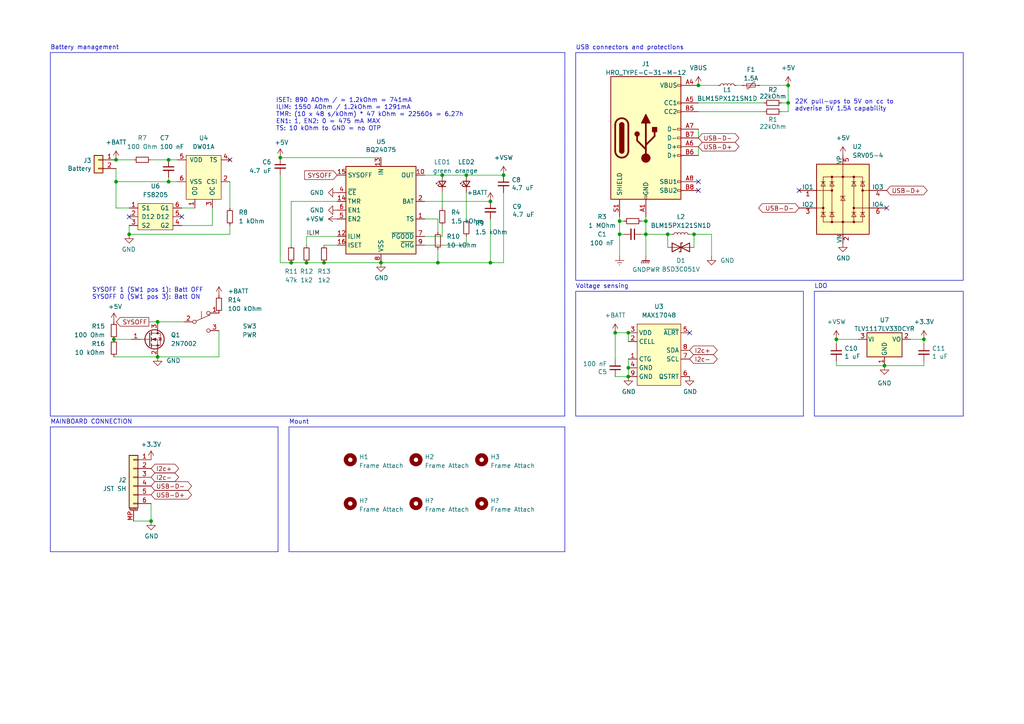
<source format=kicad_sch>
(kicad_sch (version 20211123) (generator eeschema)
  (paper "A4")
  (lib_symbols
    (symbol "Battery_Management:BQ24075RGT"
      (property "Reference" "U" (at -8.89 13.97 0))
      (property "Value" "BQ24075RGT" (at 16.51 13.97 0))
      (symbol "BQ24075RGT_0_1"
        (rectangle (start -10.16 12.7) (end 10.16 -12.7) (stroke (width 0.254)) (fill (type background)))
      )
      (symbol "BQ24075RGT_1_1"
        (pin passive line (at 12.7 -2.54 180) (length 2.54) (name "TS") (number "1"))
        (pin power_out line (at 12.7 10.16 180) (length 2.54) (name "OUT") (number "10"))
        (pin passive line (at 12.7 10.16 180) (length 2.54) hide (name "OUT") (number "11"))
        (pin passive line (at -12.7 -7.62 0) (length 2.54) (name "ILIM") (number "12"))
        (pin power_in line (at 0 15.24 270) (length 2.54) (name "IN") (number "13"))
        (pin input line (at -12.7 2.54 0) (length 2.54) (name "TMR") (number "14"))
        (pin input line (at -12.7 10.16 0) (length 2.54) (name "SYSOFF") (number "15"))
        (pin passive line (at -12.7 -10.16 0) (length 2.54) (name "ISET") (number "16"))
        (pin passive line (at 0 -15.24 90) (length 2.54) hide (name "VSS") (number "17"))
        (pin power_out line (at 12.7 2.54 180) (length 2.54) (name "BAT") (number "2"))
        (pin passive line (at 12.7 2.54 180) (length 2.54) hide (name "BAT") (number "3"))
        (pin input line (at -12.7 5.08 0) (length 2.54) (name "~{CE}") (number "4"))
        (pin input line (at -12.7 -2.54 0) (length 2.54) (name "EN2") (number "5"))
        (pin input line (at -12.7 0 0) (length 2.54) (name "EN1") (number "6"))
        (pin open_collector line (at 12.7 -7.62 180) (length 2.54) (name "~{PGOOD}") (number "7"))
        (pin power_in line (at 0 -15.24 90) (length 2.54) (name "VSS") (number "8"))
        (pin open_collector line (at 12.7 -10.16 180) (length 2.54) (name "~{CHG}") (number "9"))
      )
    )
    (symbol "Connector:USB_C_Receptacle_USB2.0" (pin_names (offset 1.016))
      (property "Reference" "J" (at -10.16 19.05 0))
      (property "Value" "USB_C_Receptacle_USB2.0" (at 19.05 19.05 0))
      (symbol "USB_C_Receptacle_USB2.0_0_0"
        (rectangle (start -0.254 -17.78) (end 0.254 -16.764))
        (rectangle (start 10.16 -14.986) (end 9.144 -15.494))
        (rectangle (start 10.16 -12.446) (end 9.144 -12.954))
        (rectangle (start 10.16 -4.826) (end 9.144 -5.334))
        (rectangle (start 10.16 -2.286) (end 9.144 -2.794))
        (rectangle (start 10.16 0.254) (end 9.144 -0.254))
        (rectangle (start 10.16 2.794) (end 9.144 2.286))
        (rectangle (start 10.16 7.874) (end 9.144 7.366))
        (rectangle (start 10.16 10.414) (end 9.144 9.906))
        (rectangle (start 10.16 15.494) (end 9.144 14.986))
      )
      (symbol "USB_C_Receptacle_USB2.0_0_1"
        (rectangle (start -10.16 17.78) (end 10.16 -17.78) (stroke (width 0.254)) (fill (type background)))
        (arc (start -8.89 -3.81) (mid -6.985 -5.715) (end -5.08 -3.81) (stroke (width 0.508)))
        (arc (start -7.62 -3.81) (mid -6.985 -4.445) (end -6.35 -3.81) (stroke (width 0.254)))
        (arc (start -7.62 -3.81) (mid -6.985 -4.445) (end -6.35 -3.81) (stroke (width 0.254)) (fill (type outline)))
        (rectangle (start -7.62 -3.81) (end -6.35 3.81) (stroke (width 0.254)) (fill (type outline)))
        (arc (start -6.35 3.81) (mid -6.985 4.445) (end -7.62 3.81) (stroke (width 0.254)))
        (arc (start -6.35 3.81) (mid -6.985 4.445) (end -7.62 3.81) (stroke (width 0.254)) (fill (type outline)))
        (arc (start -5.08 3.81) (mid -6.985 5.715) (end -8.89 3.81) (stroke (width 0.508)))
        (circle (center -2.54 1.143) (radius 0.635) (stroke (width 0.254)) (fill (type outline)))
        (circle (center 0 -5.842) (radius 1.27) (fill (type outline)))
        (polyline (pts (xy -8.89 -3.81) (xy -8.89 3.81)) (stroke (width 0.508)))
        (polyline (pts (xy -5.08 3.81) (xy -5.08 -3.81)) (stroke (width 0.508)))
        (polyline (pts (xy 0 -5.842) (xy 0 4.318)) (stroke (width 0.508)))
        (polyline (pts (xy 0 -3.302) (xy -2.54 -0.762) (xy -2.54 0.508)) (stroke (width 0.508)))
        (polyline (pts (xy 0 -2.032) (xy 2.54 0.508) (xy 2.54 1.778)) (stroke (width 0.508)))
        (polyline (pts (xy -1.27 4.318) (xy 0 6.858) (xy 1.27 4.318) (xy -1.27 4.318)) (stroke (width 0.254)) (fill (type outline)))
        (rectangle (start 1.905 1.778) (end 3.175 3.048) (stroke (width 0.254)) (fill (type outline)))
      )
      (symbol "USB_C_Receptacle_USB2.0_1_1"
        (pin passive line (at 0 -22.86 90) (length 5.08) (name "GND") (number "A1"))
        (pin passive line (at 0 -22.86 90) (length 5.08) hide (name "GND") (number "A12"))
        (pin passive line (at 15.24 15.24 180) (length 5.08) (name "VBUS") (number "A4"))
        (pin bidirectional line (at 15.24 10.16 180) (length 5.08) (name "CC1") (number "A5"))
        (pin bidirectional line (at 15.24 -2.54 180) (length 5.08) (name "D+") (number "A6"))
        (pin bidirectional line (at 15.24 2.54 180) (length 5.08) (name "D-") (number "A7"))
        (pin bidirectional line (at 15.24 -12.7 180) (length 5.08) (name "SBU1") (number "A8"))
        (pin passive line (at 15.24 15.24 180) (length 5.08) hide (name "VBUS") (number "A9"))
        (pin passive line (at 0 -22.86 90) (length 5.08) hide (name "GND") (number "B1"))
        (pin passive line (at 0 -22.86 90) (length 5.08) hide (name "GND") (number "B12"))
        (pin passive line (at 15.24 15.24 180) (length 5.08) hide (name "VBUS") (number "B4"))
        (pin bidirectional line (at 15.24 7.62 180) (length 5.08) (name "CC2") (number "B5"))
        (pin bidirectional line (at 15.24 -5.08 180) (length 5.08) (name "D+") (number "B6"))
        (pin bidirectional line (at 15.24 0 180) (length 5.08) (name "D-") (number "B7"))
        (pin bidirectional line (at 15.24 -15.24 180) (length 5.08) (name "SBU2") (number "B8"))
        (pin passive line (at 15.24 15.24 180) (length 5.08) hide (name "VBUS") (number "B9"))
        (pin passive line (at -7.62 -22.86 90) (length 5.08) (name "SHIELD") (number "S1"))
      )
    )
    (symbol "Connector_Generic:Conn_01x02" (pin_names (offset 1.016) hide)
      (property "Reference" "J" (at 0 2.54 0))
      (property "Value" "Conn_01x02" (at 0 -5.08 0))
      (symbol "Conn_01x02_1_1"
        (rectangle (start -1.27 -2.413) (end 0 -2.667) (stroke (width 0.1524)))
        (rectangle (start -1.27 0.127) (end 0 -0.127) (stroke (width 0.1524)))
        (rectangle (start -1.27 1.27) (end 1.27 -3.81) (stroke (width 0.254)) (fill (type background)))
        (pin passive line (at -5.08 0 0) (length 3.81) (name "Pin_1") (number "1"))
        (pin passive line (at -5.08 -2.54 0) (length 3.81) (name "Pin_2") (number "2"))
      )
    )
    (symbol "Connector_Generic_MountingPin:Conn_01x06_MountingPin" (pin_names (offset 1.016) hide)
      (property "Reference" "J" (at 0 7.62 0))
      (property "Value" "Conn_01x06_MountingPin" (at 1.27 -10.16 0))
      (symbol "Conn_01x06_MountingPin_1_1"
        (rectangle (start -1.27 -7.493) (end 0 -7.747) (stroke (width 0.1524)))
        (rectangle (start -1.27 -4.953) (end 0 -5.207) (stroke (width 0.1524)))
        (rectangle (start -1.27 -2.413) (end 0 -2.667) (stroke (width 0.1524)))
        (rectangle (start -1.27 0.127) (end 0 -0.127) (stroke (width 0.1524)))
        (rectangle (start -1.27 2.667) (end 0 2.413) (stroke (width 0.1524)))
        (rectangle (start -1.27 5.207) (end 0 4.953) (stroke (width 0.1524)))
        (rectangle (start -1.27 6.35) (end 1.27 -8.89) (stroke (width 0.254)) (fill (type background)))
        (polyline (pts (xy -1.016 -9.652) (xy 1.016 -9.652)) (stroke (width 0.1524)))
        (text "Mounting" (at 0 -9.271 0) (effects (font (size 0.381 0.381))))
        (pin passive line (at -5.08 5.08 0) (length 3.81) (name "Pin_1") (number "1"))
        (pin passive line (at -5.08 2.54 0) (length 3.81) (name "Pin_2") (number "2"))
        (pin passive line (at -5.08 0 0) (length 3.81) (name "Pin_3") (number "3"))
        (pin passive line (at -5.08 -2.54 0) (length 3.81) (name "Pin_4") (number "4"))
        (pin passive line (at -5.08 -5.08 0) (length 3.81) (name "Pin_5") (number "5"))
        (pin passive line (at -5.08 -7.62 0) (length 3.81) (name "Pin_6") (number "6"))
        (pin passive line (at 0 -12.7 90) (length 3.048) (name "MountPin") (number "MP"))
      )
    )
    (symbol "Device:C_Small" (pin_numbers hide) (pin_names (offset 0.254) hide)
      (property "Reference" "C" (at 0.254 1.778 0))
      (property "Value" "C_Small" (at 0.254 -2.032 0))
      (symbol "C_Small_0_1"
        (polyline (pts (xy -1.524 -0.508) (xy 1.524 -0.508)) (stroke (width 0.3302)))
        (polyline (pts (xy -1.524 0.508) (xy 1.524 0.508)) (stroke (width 0.3048)))
      )
      (symbol "C_Small_1_1"
        (pin passive line (at 0 2.54 270) (length 2.032) (name "~") (number "1"))
        (pin passive line (at 0 -2.54 90) (length 2.032) (name "~") (number "2"))
      )
    )
    (symbol "Device:D_TVS" (pin_numbers hide) (pin_names (offset 1.016) hide)
      (property "Reference" "D" (at 0 2.54 0))
      (property "Value" "D_TVS" (at 0 -2.54 0))
      (symbol "D_TVS_0_1"
        (polyline (pts (xy 1.27 0) (xy -1.27 0)))
        (polyline (pts (xy 0.508 1.27) (xy 0 1.27) (xy 0 -1.27) (xy -0.508 -1.27)) (stroke (width 0.254)))
        (polyline (pts (xy -2.54 1.27) (xy -2.54 -1.27) (xy 2.54 1.27) (xy 2.54 -1.27) (xy -2.54 1.27)) (stroke (width 0.254)))
      )
      (symbol "D_TVS_1_1"
        (pin passive line (at -3.81 0 0) (length 2.54) (name "A1") (number "1"))
        (pin passive line (at 3.81 0 180) (length 2.54) (name "A2") (number "2"))
      )
    )
    (symbol "Device:LED_Small" (pin_numbers hide) (pin_names (offset 0.254) hide)
      (property "Reference" "D" (at -1.27 3.175 0))
      (property "Value" "LED_Small" (at -4.445 -2.54 0))
      (symbol "LED_Small_0_1"
        (polyline (pts (xy -0.762 -1.016) (xy -0.762 1.016)) (stroke (width 0.254)))
        (polyline (pts (xy 1.016 0) (xy -0.762 0)))
        (polyline (pts (xy 0.762 -1.016) (xy -0.762 0) (xy 0.762 1.016) (xy 0.762 -1.016)) (stroke (width 0.254)))
        (polyline (pts (xy 0 0.762) (xy -0.508 1.27) (xy -0.254 1.27) (xy -0.508 1.27) (xy -0.508 1.016)))
        (polyline (pts (xy 0.508 1.27) (xy 0 1.778) (xy 0.254 1.778) (xy 0 1.778) (xy 0 1.524)))
      )
      (symbol "LED_Small_1_1"
        (pin passive line (at -2.54 0 0) (length 1.778) (name "K") (number "1"))
        (pin passive line (at 2.54 0 180) (length 1.778) (name "A") (number "2"))
      )
    )
    (symbol "Device:L_Small" (pin_numbers hide) (pin_names (offset 0.254) hide)
      (property "Reference" "L" (at 0.762 1.016 0))
      (property "Value" "L_Small" (at 0.762 -1.016 0))
      (symbol "L_Small_0_1"
        (arc (start 0 -2.032) (mid 0.508 -1.524) (end 0 -1.016))
        (arc (start 0 -1.016) (mid 0.508 -0.508) (end 0 0))
        (arc (start 0 0) (mid 0.508 0.508) (end 0 1.016))
        (arc (start 0 1.016) (mid 0.508 1.524) (end 0 2.032))
      )
      (symbol "L_Small_1_1"
        (pin passive line (at 0 2.54 270) (length 0.508) (name "~") (number "1"))
        (pin passive line (at 0 -2.54 90) (length 0.508) (name "~") (number "2"))
      )
    )
    (symbol "Device:Polyfuse_Small" (pin_numbers hide) (pin_names (offset 0))
      (property "Reference" "F" (at -1.905 0 90))
      (property "Value" "Polyfuse_Small" (at 1.905 0 90))
      (symbol "Polyfuse_Small_0_1"
        (rectangle (start -0.508 1.27) (end 0.508 -1.27))
        (polyline (pts (xy 0 2.54) (xy 0 -2.54)))
        (polyline (pts (xy -1.016 1.27) (xy -1.016 0.762) (xy 1.016 -0.762) (xy 1.016 -1.27)))
      )
      (symbol "Polyfuse_Small_1_1"
        (pin passive line (at 0 2.54 270) (length 0.635) (name "~") (number "1"))
        (pin passive line (at 0 -2.54 90) (length 0.635) (name "~") (number "2"))
      )
    )
    (symbol "Device:R_Small" (pin_numbers hide) (pin_names (offset 0.254) hide)
      (property "Reference" "R" (at 0.762 0.508 0))
      (property "Value" "R_Small" (at 0.762 -1.016 0))
      (symbol "R_Small_0_1"
        (rectangle (start -0.762 1.778) (end 0.762 -1.778) (stroke (width 0.2032)))
      )
      (symbol "R_Small_1_1"
        (pin passive line (at 0 2.54 270) (length 0.762) (name "~") (number "1"))
        (pin passive line (at 0 -2.54 90) (length 0.762) (name "~") (number "2"))
      )
    )
    (symbol "Mechanical:MountingHole" (pin_names (offset 1.016))
      (property "Reference" "H" (at 0 5.08 0))
      (property "Value" "MountingHole" (at 0 3.175 0))
      (symbol "MountingHole_0_1"
        (circle (center 0 0) (radius 1.27) (stroke (width 1.27)))
      )
    )
    (symbol "Power_Protection:SRV05-4" (pin_names (offset 0))
      (property "Reference" "U" (at -5.08 11.43 0))
      (property "Value" "SRV05-4" (at 2.54 11.43 0))
      (symbol "SRV05-4_0_0"
        (rectangle (start -5.715 6.477) (end 5.715 -6.604))
        (polyline (pts (xy -3.175 -6.604) (xy -3.175 6.477)))
        (polyline (pts (xy 3.175 6.477) (xy 3.175 -6.604)))
      )
      (symbol "SRV05-4_0_1"
        (rectangle (start -7.62 10.16) (end 7.62 -10.16) (stroke (width 0.254)) (fill (type background)))
        (circle (center -5.715 -2.54) (radius 0.2794) (fill (type outline)))
        (circle (center -3.175 -6.604) (radius 0.2794) (fill (type outline)))
        (circle (center -3.175 2.54) (radius 0.2794) (fill (type outline)))
        (circle (center -3.175 6.477) (radius 0.2794) (fill (type outline)))
        (circle (center 0 -6.604) (radius 0.2794) (fill (type outline)))
        (polyline (pts (xy -7.747 2.54) (xy -3.175 2.54)))
        (polyline (pts (xy -7.62 -2.54) (xy -5.715 -2.54)))
        (polyline (pts (xy -5.08 -3.81) (xy -6.35 -3.81)))
        (polyline (pts (xy -5.08 5.08) (xy -6.35 5.08)))
        (polyline (pts (xy -2.54 -3.81) (xy -3.81 -3.81)))
        (polyline (pts (xy -2.54 5.08) (xy -3.81 5.08)))
        (polyline (pts (xy 0 10.16) (xy 0 -10.16)))
        (polyline (pts (xy 3.81 -3.81) (xy 2.54 -3.81)))
        (polyline (pts (xy 3.81 5.08) (xy 2.54 5.08)))
        (polyline (pts (xy 6.35 -3.81) (xy 5.08 -3.81)))
        (polyline (pts (xy 6.35 5.08) (xy 5.08 5.08)))
        (polyline (pts (xy 7.62 -2.54) (xy 3.175 -2.54)))
        (polyline (pts (xy 7.62 2.54) (xy 5.715 2.54)))
        (polyline (pts (xy 0.635 0.889) (xy -0.635 0.889) (xy -0.635 0.635)))
        (polyline (pts (xy -5.08 -5.08) (xy -6.35 -5.08) (xy -5.715 -3.81) (xy -5.08 -5.08)))
        (polyline (pts (xy -5.08 3.81) (xy -6.35 3.81) (xy -5.715 5.08) (xy -5.08 3.81)))
        (polyline (pts (xy -2.54 -5.08) (xy -3.81 -5.08) (xy -3.175 -3.81) (xy -2.54 -5.08)))
        (polyline (pts (xy -2.54 3.81) (xy -3.81 3.81) (xy -3.175 5.08) (xy -2.54 3.81)))
        (polyline (pts (xy 0.635 -0.381) (xy -0.635 -0.381) (xy 0 0.889) (xy 0.635 -0.381)))
        (polyline (pts (xy 3.81 -5.08) (xy 2.54 -5.08) (xy 3.175 -3.81) (xy 3.81 -5.08)))
        (polyline (pts (xy 3.81 3.81) (xy 2.54 3.81) (xy 3.175 5.08) (xy 3.81 3.81)))
        (polyline (pts (xy 6.35 -5.08) (xy 5.08 -5.08) (xy 5.715 -3.81) (xy 6.35 -5.08)))
        (polyline (pts (xy 6.35 3.81) (xy 5.08 3.81) (xy 5.715 5.08) (xy 6.35 3.81)))
        (circle (center 0 6.477) (radius 0.2794) (fill (type outline)))
        (circle (center 3.175 -6.604) (radius 0.2794) (fill (type outline)))
        (circle (center 3.175 -2.54) (radius 0.2794) (fill (type outline)))
        (circle (center 3.175 6.477) (radius 0.2794) (fill (type outline)))
        (circle (center 5.715 2.54) (radius 0.2794) (fill (type outline)))
      )
      (symbol "SRV05-4_1_1"
        (pin passive line (at -12.7 2.54 0) (length 5.08) (name "IO1") (number "1"))
        (pin passive line (at 0 -12.7 90) (length 2.54) (name "VN") (number "2"))
        (pin passive line (at -12.7 -2.54 0) (length 5.08) (name "IO2") (number "3"))
        (pin passive line (at 12.7 2.54 180) (length 5.08) (name "IO3") (number "4"))
        (pin passive line (at 0 12.7 270) (length 2.54) (name "VP") (number "5"))
        (pin passive line (at 12.7 -2.54 180) (length 5.08) (name "IO4") (number "6"))
      )
    )
    (symbol "Regulator_Linear:NCP1117-3.3_SOT223" (pin_names (offset 0.254))
      (property "Reference" "U" (at -3.81 3.175 0))
      (property "Value" "NCP1117-3.3_SOT223" (at 0 3.175 0))
      (symbol "NCP1117-3.3_SOT223_0_1"
        (rectangle (start -5.08 -5.08) (end 5.08 1.905) (stroke (width 0.254)) (fill (type background)))
      )
      (symbol "NCP1117-3.3_SOT223_1_1"
        (pin power_in line (at 0 -7.62 90) (length 2.54) (name "GND") (number "1"))
        (pin power_out line (at 7.62 0 180) (length 2.54) (name "VO") (number "2"))
        (pin power_in line (at -7.62 0 0) (length 2.54) (name "VI") (number "3"))
      )
    )
    (symbol "Switch:SW_Push_SPDT" (pin_names (offset 0) hide)
      (property "Reference" "SW" (at 0 4.318 0))
      (property "Value" "SW_Push_SPDT" (at 0 -5.08 0))
      (symbol "SW_Push_SPDT_0_0"
        (circle (center -2.032 0) (radius 0.508))
        (polyline (pts (xy 0 1.016) (xy 0 3.048)))
        (circle (center 2.032 -2.54) (radius 0.508))
      )
      (symbol "SW_Push_SPDT_0_1"
        (polyline (pts (xy -1.524 0.254) (xy 2.54 2.032)))
        (circle (center 2.032 2.54) (radius 0.508))
      )
      (symbol "SW_Push_SPDT_1_1"
        (pin passive line (at 5.08 2.54 180) (length 2.54) (name "A") (number "1"))
        (pin passive line (at -5.08 0 0) (length 2.54) (name "B") (number "2"))
        (pin passive line (at 5.08 -2.54 180) (length 2.54) (name "C") (number "3"))
      )
    )
    (symbol "Transistor_FET:2N7002" (pin_names hide)
      (property "Reference" "Q" (at 5.08 1.905 0))
      (property "Value" "2N7002" (at 5.08 0 0))
      (symbol "2N7002_0_1"
        (polyline (pts (xy 0.254 0) (xy -2.54 0)))
        (polyline (pts (xy 0.254 1.905) (xy 0.254 -1.905)) (stroke (width 0.254)))
        (polyline (pts (xy 0.762 -1.27) (xy 0.762 -2.286)) (stroke (width 0.254)))
        (polyline (pts (xy 0.762 0.508) (xy 0.762 -0.508)) (stroke (width 0.254)))
        (polyline (pts (xy 0.762 2.286) (xy 0.762 1.27)) (stroke (width 0.254)))
        (polyline (pts (xy 2.54 2.54) (xy 2.54 1.778)))
        (polyline (pts (xy 2.54 -2.54) (xy 2.54 0) (xy 0.762 0)))
        (polyline (pts (xy 0.762 -1.778) (xy 3.302 -1.778) (xy 3.302 1.778) (xy 0.762 1.778)))
        (polyline (pts (xy 1.016 0) (xy 2.032 0.381) (xy 2.032 -0.381) (xy 1.016 0)) (fill (type outline)))
        (polyline (pts (xy 2.794 0.508) (xy 2.921 0.381) (xy 3.683 0.381) (xy 3.81 0.254)))
        (polyline (pts (xy 3.302 0.381) (xy 2.921 -0.254) (xy 3.683 -0.254) (xy 3.302 0.381)))
        (circle (center 1.651 0) (radius 2.794) (stroke (width 0.254)))
        (circle (center 2.54 -1.778) (radius 0.254) (fill (type outline)))
        (circle (center 2.54 1.778) (radius 0.254) (fill (type outline)))
      )
      (symbol "2N7002_1_1"
        (pin input line (at -5.08 0 0) (length 2.54) (name "G") (number "1"))
        (pin passive line (at 2.54 -5.08 90) (length 2.54) (name "S") (number "2"))
        (pin passive line (at 2.54 5.08 270) (length 2.54) (name "D") (number "3"))
      )
    )
    (symbol "marbastlib-various:DW01A" (pin_names (offset 1.016))
      (property "Reference" "U" (at -5.08 7.62 0))
      (property "Value" "DW01A" (at 2.54 7.62 0))
      (symbol "DW01A_0_1"
        (rectangle (start -5.08 6.35) (end 5.08 -6.35) (fill (type background)))
      )
      (symbol "DW01A_1_1"
        (pin output line (at -2.54 -8.89 90) (length 2.54) (name "OD") (number "1"))
        (pin input line (at 7.62 -1.27 180) (length 2.54) (name "CSI") (number "2"))
        (pin output line (at 2.54 -8.89 90) (length 2.54) (name "OC") (number "3"))
        (pin no_connect line (at 7.62 5.08 180) (length 2.54) (name "TS") (number "4"))
        (pin power_in line (at -7.62 5.08 0) (length 2.54) (name "VDD") (number "5"))
        (pin power_in line (at -7.62 -1.27 0) (length 2.54) (name "VSS") (number "6"))
      )
    )
    (symbol "marbastlib-various:FS8205" (pin_names (offset 1.016))
      (property "Reference" "U" (at -3.81 5.08 0))
      (property "Value" "FS8205" (at -1.27 -5.08 0))
      (symbol "FS8205_0_1"
        (rectangle (start -5.08 3.81) (end 5.08 -3.81) (fill (type background)))
      )
      (symbol "FS8205_1_1"
        (pin power_in line (at -7.62 2.54 0) (length 2.54) (name "S1") (number "1"))
        (pin power_in line (at -7.62 0 0) (length 2.54) (name "D12") (number "2"))
        (pin power_in line (at -7.62 -2.54 0) (length 2.54) (name "S2") (number "3"))
        (pin input line (at 7.62 -2.54 180) (length 2.54) (name "G2") (number "4"))
        (pin power_in line (at 7.62 0 180) (length 2.54) (name "D12") (number "5"))
        (pin input line (at 7.62 2.54 180) (length 2.54) (name "G1") (number "6"))
      )
    )
    (symbol "marbastlib-various:MAX17048"
      (property "Reference" "U" (at 0 10.16 0))
      (property "Value" "MAX17048" (at 0 -10.16 0))
      (symbol "MAX17048_0_0"
        (pin power_in line (at -8.89 -1.27 0) (length 2.54) (name "CTG") (number "1"))
        (pin power_in line (at -8.89 3.81 0) (length 2.54) (name "CELL") (number "2"))
        (pin power_in line (at -8.89 6.35 0) (length 2.54) (name "VDD") (number "3"))
        (pin power_in line (at -8.89 -3.81 0) (length 2.54) (name "GND") (number "4"))
        (pin open_collector line (at 8.89 6.35 180) (length 2.54) (name "~{ALRT}") (number "5"))
        (pin input line (at 8.89 -6.35 180) (length 2.54) (name "QSTRT") (number "6"))
        (pin bidirectional line (at 8.89 -1.27 180) (length 2.54) (name "SCL") (number "7"))
        (pin bidirectional line (at 8.89 1.27 180) (length 2.54) (name "SDA") (number "8"))
        (pin power_in line (at -8.89 -6.35 0) (length 2.54) (name "GND") (number "9"))
      )
      (symbol "MAX17048_0_1"
        (rectangle (start -6.35 8.89) (end 6.35 -8.89) (stroke (width 0.1524)) (fill (type background)))
      )
    )
    (symbol "power:+3.3V" (power) (pin_names (offset 0))
      (property "Value" "+3.3V" (at 0 3.556 0))
      (symbol "+3.3V_0_1"
        (polyline (pts (xy -0.762 1.27) (xy 0 2.54)))
        (polyline (pts (xy 0 0) (xy 0 2.54)))
        (polyline (pts (xy 0 2.54) (xy 0.762 1.27)))
      )
      (symbol "+3.3V_1_1"
        (pin power_in line (at 0 0 90) (length 0) hide (name "+3.3V") (number "1"))
      )
    )
    (symbol "power:+5V" (power) (pin_names (offset 0))
      (property "Value" "+5V" (at 0 3.556 0))
      (symbol "+5V_0_1"
        (polyline (pts (xy -0.762 1.27) (xy 0 2.54)))
        (polyline (pts (xy 0 0) (xy 0 2.54)))
        (polyline (pts (xy 0 2.54) (xy 0.762 1.27)))
      )
      (symbol "+5V_1_1"
        (pin power_in line (at 0 0 90) (length 0) hide (name "+5V") (number "1"))
      )
    )
    (symbol "power:+BATT" (power) (pin_names (offset 0))
      (property "Value" "+BATT" (at 0 3.556 0))
      (symbol "+BATT_0_1"
        (polyline (pts (xy -0.762 1.27) (xy 0 2.54)))
        (polyline (pts (xy 0 0) (xy 0 2.54)))
        (polyline (pts (xy 0 2.54) (xy 0.762 1.27)))
      )
      (symbol "+BATT_1_1"
        (pin power_in line (at 0 0 90) (length 0) hide (name "+BATT") (number "1"))
      )
    )
    (symbol "power:+VSW" (power) (pin_names (offset 0))
      (property "Value" "+VSW" (at 0 3.556 0))
      (symbol "+VSW_0_1"
        (polyline (pts (xy -0.762 1.27) (xy 0 2.54)))
        (polyline (pts (xy 0 0) (xy 0 2.54)))
        (polyline (pts (xy 0 2.54) (xy 0.762 1.27)))
      )
      (symbol "+VSW_1_1"
        (pin power_in line (at 0 0 90) (length 0) hide (name "+VSW") (number "1"))
      )
    )
    (symbol "power:Earth" (power) (pin_names (offset 0))
      (symbol "Earth_0_1"
        (polyline (pts (xy -0.635 -1.905) (xy 0.635 -1.905)))
        (polyline (pts (xy -0.127 -2.54) (xy 0.127 -2.54)))
        (polyline (pts (xy 0 -1.27) (xy 0 0)))
        (polyline (pts (xy 1.27 -1.27) (xy -1.27 -1.27)))
      )
      (symbol "Earth_1_1"
        (pin power_in line (at 0 0 270) (length 0) hide (name "Earth") (number "1"))
      )
    )
    (symbol "power:GND" (power) (pin_names (offset 0))
      (property "Value" "GND" (at 0 -3.81 0))
      (symbol "GND_0_1"
        (polyline (pts (xy 0 0) (xy 0 -1.27) (xy 1.27 -1.27) (xy 0 -2.54) (xy -1.27 -1.27) (xy 0 -1.27)))
      )
      (symbol "GND_1_1"
        (pin power_in line (at 0 0 270) (length 0) hide (name "GND") (number "1"))
      )
    )
    (symbol "power:GNDPWR" (power) (pin_names (offset 0))
      (property "Value" "GNDPWR" (at 0 -3.302 0))
      (symbol "GNDPWR_0_1"
        (polyline (pts (xy 0 -1.27) (xy 0 0)))
        (polyline (pts (xy -1.016 -1.27) (xy -1.27 -2.032) (xy -1.27 -2.032)) (stroke (width 0.2032)))
        (polyline (pts (xy -0.508 -1.27) (xy -0.762 -2.032) (xy -0.762 -2.032)) (stroke (width 0.2032)))
        (polyline (pts (xy 0 -1.27) (xy -0.254 -2.032) (xy -0.254 -2.032)) (stroke (width 0.2032)))
        (polyline (pts (xy 0.508 -1.27) (xy 0.254 -2.032) (xy 0.254 -2.032)) (stroke (width 0.2032)))
        (polyline (pts (xy 1.016 -1.27) (xy -1.016 -1.27) (xy -1.016 -1.27)) (stroke (width 0.2032)))
        (polyline (pts (xy 1.016 -1.27) (xy 0.762 -2.032) (xy 0.762 -2.032) (xy 0.762 -2.032)) (stroke (width 0.2032)))
      )
      (symbol "GNDPWR_1_1"
        (pin power_in line (at 0 0 270) (length 0) hide (name "GNDPWR") (number "1"))
      )
    )
    (symbol "power:VBUS" (power) (pin_names (offset 0))
      (property "Value" "VBUS" (at 0 3.81 0))
      (symbol "VBUS_0_1"
        (polyline (pts (xy -0.762 1.27) (xy 0 2.54)))
        (polyline (pts (xy 0 0) (xy 0 2.54)))
        (polyline (pts (xy 0 2.54) (xy 0.762 1.27)))
      )
      (symbol "VBUS_1_1"
        (pin power_in line (at 0 0 90) (length 0) hide (name "VBUS") (number "1"))
      )
    )
  )
  (junction (at 242.57 98.425))
  (junction (at 48.895 46.355))
  (junction (at 33.655 52.705))
  (junction (at 37.465 67.945))
  (junction (at 228.6 24.765))
  (junction (at 193.675 67.945))
  (junction (at 81.28 45.72))
  (junction (at 179.705 67.945) (diameter 0.9144))
  (junction (at 187.325 67.945) (diameter 0.9144))
  (junction (at 201.295 67.945))
  (junction (at 48.895 52.705))
  (junction (at 228.6 29.845))
  (junction (at 142.24 58.42) (diameter 0.9144))
  (junction (at 45.72 103.505))
  (junction (at 267.97 98.425))
  (junction (at 179.705 64.135) (diameter 0.9144))
  (junction (at 182.245 109.22))
  (junction (at 88.9 76.2) (diameter 0.9144))
  (junction (at 110.49 76.2) (diameter 0.9144))
  (junction (at 142.24 76.2))
  (junction (at 135.255 50.8))
  (junction (at 93.98 76.2) (diameter 0.9144))
  (junction (at 202.565 24.765))
  (junction (at 84.455 76.2))
  (junction (at 43.815 151.13))
  (junction (at 256.54 106.045))
  (junction (at 33.655 46.355))
  (junction (at 127 76.2) (diameter 0.9144))
  (junction (at 182.245 96.52))
  (junction (at 128.27 50.8))
  (junction (at 146.05 50.8))
  (junction (at 33.02 98.425))
  (junction (at 187.325 64.135) (diameter 0.9144))
  (junction (at 182.245 106.68))
  (junction (at 45.72 93.345))
  (junction (at 178.435 96.52))
  (no_connect (at 231.775 55.245))
  (no_connect (at 202.565 55.245))
  (no_connect (at 202.565 52.705))
  (no_connect (at 200.025 96.52))
  (no_connect (at 37.465 62.865))
  (no_connect (at 66.675 46.355))
  (no_connect (at 52.705 62.865))
  (no_connect (at 257.175 60.325))
  (wire (pts (xy 43.18 93.345) (xy 45.72 93.345)))
  (wire (pts (xy 123.19 63.5) (xy 127 63.5)))
  (wire (pts (xy 220.345 24.765) (xy 228.6 24.765)))
  (polyline (pts (xy 279.3746 120.6754) (xy 279.3746 84.4804)) (stroke (width 0) (type solid)))
  (wire (pts (xy 146.05 76.2) (xy 142.24 76.2)))
  (wire (pts (xy 93.98 71.12) (xy 97.79 71.12)))
  (wire (pts (xy 256.54 106.045) (xy 267.97 106.045)))
  (wire (pts (xy 221.615 29.845) (xy 202.565 29.845)))
  (polyline (pts (xy 14.605 15.24) (xy 163.83 15.24)) (stroke (width 0) (type solid)))
  (wire (pts (xy 193.675 67.945) (xy 193.675 71.755)))
  (polyline (pts (xy 279.3746 81.3054) (xy 279.3746 15.2654)) (stroke (width 0) (type solid)))
  (wire (pts (xy 182.245 96.52) (xy 182.245 99.06)))
  (wire (pts (xy 128.27 50.8) (xy 135.255 50.8)))
  (polyline (pts (xy 83.82 123.825) (xy 83.82 160.02)) (stroke (width 0) (type solid)))
  (wire (pts (xy 127 67.31) (xy 127 63.5)))
  (wire (pts (xy 186.055 67.945) (xy 187.325 67.945)))
  (wire (pts (xy 33.655 48.895) (xy 33.655 52.705)))
  (wire (pts (xy 33.655 60.325) (xy 37.465 60.325)))
  (wire (pts (xy 179.705 62.865) (xy 179.705 64.135)))
  (wire (pts (xy 264.16 98.425) (xy 267.97 98.425)))
  (wire (pts (xy 48.895 52.705) (xy 48.895 51.435)))
  (wire (pts (xy 179.705 64.135) (xy 179.705 67.945)))
  (polyline (pts (xy 166.9796 15.2654) (xy 279.3746 15.2654)) (stroke (width 0) (type solid)))
  (polyline (pts (xy 233.0196 120.6754) (xy 233.0196 84.4804)) (stroke (width 0) (type solid)))
  (wire (pts (xy 182.245 104.14) (xy 182.245 106.68)))
  (wire (pts (xy 66.675 67.945) (xy 66.675 65.405)))
  (polyline (pts (xy 14.605 15.24) (xy 14.5796 120.6754)) (stroke (width 0) (type solid)))
  (wire (pts (xy 200.025 67.945) (xy 201.295 67.945)))
  (wire (pts (xy 37.465 65.405) (xy 37.465 67.945)))
  (wire (pts (xy 88.9 68.58) (xy 97.79 68.58)))
  (wire (pts (xy 66.675 52.705) (xy 66.675 60.325)))
  (wire (pts (xy 206.375 74.295) (xy 206.375 67.945)))
  (wire (pts (xy 206.375 67.945) (xy 201.295 67.945)))
  (wire (pts (xy 135.255 55.88) (xy 135.255 63.5)))
  (wire (pts (xy 51.435 52.705) (xy 48.895 52.705)))
  (wire (pts (xy 84.455 58.42) (xy 97.79 58.42)))
  (polyline (pts (xy 166.9796 84.4804) (xy 233.0196 84.4804)) (stroke (width 0) (type solid)))
  (polyline (pts (xy 14.605 160.02) (xy 80.645 160.02)) (stroke (width 0) (type solid)))
  (wire (pts (xy 93.98 76.2) (xy 110.49 76.2)))
  (wire (pts (xy 213.487 24.765) (xy 215.265 24.765)))
  (wire (pts (xy 178.435 96.52) (xy 182.245 96.52)))
  (wire (pts (xy 81.28 45.72) (xy 110.49 45.72)))
  (wire (pts (xy 88.9 68.58) (xy 88.9 71.12)))
  (wire (pts (xy 242.57 104.775) (xy 242.57 106.045)))
  (wire (pts (xy 178.435 96.52) (xy 178.435 104.14)))
  (wire (pts (xy 228.6 24.765) (xy 228.6 29.845)))
  (wire (pts (xy 43.815 151.13) (xy 38.735 151.13)))
  (wire (pts (xy 202.565 42.545) (xy 202.565 45.085)))
  (wire (pts (xy 242.57 98.425) (xy 248.92 98.425)))
  (wire (pts (xy 33.02 98.425) (xy 38.1 98.425)))
  (wire (pts (xy 43.815 46.355) (xy 48.895 46.355)))
  (polyline (pts (xy 166.9796 15.2654) (xy 166.9796 81.3054)) (stroke (width 0) (type solid)))
  (wire (pts (xy 63.5 103.505) (xy 45.72 103.505)))
  (wire (pts (xy 45.72 93.345) (xy 53.34 93.345)))
  (polyline (pts (xy 80.645 160.02) (xy 80.645 123.825)) (stroke (width 0) (type solid)))
  (wire (pts (xy 228.6 32.385) (xy 226.695 32.385)))
  (polyline (pts (xy 83.82 123.825) (xy 163.83 123.825)) (stroke (width 0) (type solid)))
  (polyline (pts (xy 236.1946 84.4804) (xy 236.1946 120.6754)) (stroke (width 0) (type solid)))
  (wire (pts (xy 180.975 64.135) (xy 179.705 64.135)))
  (wire (pts (xy 84.455 76.2) (xy 88.9 76.2)))
  (wire (pts (xy 37.465 67.945) (xy 66.675 67.945)))
  (wire (pts (xy 123.19 71.12) (xy 135.255 71.12)))
  (wire (pts (xy 202.565 24.765) (xy 208.407 24.765)))
  (wire (pts (xy 182.245 106.68) (xy 182.245 109.22)))
  (wire (pts (xy 33.655 46.355) (xy 38.735 46.355)))
  (wire (pts (xy 110.49 76.2) (xy 127 76.2)))
  (polyline (pts (xy 166.9796 84.4804) (xy 166.9796 120.6754)) (stroke (width 0) (type solid)))
  (polyline (pts (xy 166.9796 81.3054) (xy 279.3746 81.3054)) (stroke (width 0) (type solid)))
  (wire (pts (xy 52.705 60.325) (xy 56.515 60.325)))
  (wire (pts (xy 33.655 52.705) (xy 48.895 52.705)))
  (wire (pts (xy 135.255 68.58) (xy 135.255 71.12)))
  (wire (pts (xy 193.675 67.945) (xy 187.325 67.945)))
  (wire (pts (xy 187.325 64.135) (xy 187.325 67.945)))
  (wire (pts (xy 123.19 50.8) (xy 128.27 50.8)))
  (wire (pts (xy 267.97 98.425) (xy 267.97 99.695)))
  (wire (pts (xy 178.435 109.22) (xy 182.245 109.22)))
  (wire (pts (xy 202.565 32.385) (xy 221.615 32.385)))
  (wire (pts (xy 179.705 67.945) (xy 179.705 74.295)))
  (wire (pts (xy 81.28 50.8) (xy 81.28 76.2)))
  (wire (pts (xy 63.5 95.885) (xy 63.5 103.505)))
  (wire (pts (xy 194.945 67.945) (xy 193.675 67.945)))
  (polyline (pts (xy 163.8046 120.6754) (xy 163.83 15.24)) (stroke (width 0) (type solid)))
  (polyline (pts (xy 14.5796 120.6754) (xy 163.8046 120.6754)) (stroke (width 0) (type solid)))
  (wire (pts (xy 123.19 58.42) (xy 142.24 58.42)))
  (wire (pts (xy 33.655 52.705) (xy 33.655 60.325)))
  (wire (pts (xy 242.57 106.045) (xy 256.54 106.045)))
  (wire (pts (xy 128.27 68.58) (xy 123.19 68.58)))
  (wire (pts (xy 186.055 64.135) (xy 187.325 64.135)))
  (wire (pts (xy 61.595 65.405) (xy 61.595 60.325)))
  (wire (pts (xy 52.705 65.405) (xy 61.595 65.405)))
  (wire (pts (xy 81.28 76.2) (xy 84.455 76.2)))
  (wire (pts (xy 267.97 104.775) (xy 267.97 106.045)))
  (polyline (pts (xy 236.1946 84.4804) (xy 279.3746 84.4804)) (stroke (width 0) (type solid)))
  (wire (pts (xy 128.27 65.405) (xy 128.27 68.58)))
  (wire (pts (xy 43.815 146.05) (xy 43.815 151.13)))
  (wire (pts (xy 202.565 37.465) (xy 202.565 40.005)))
  (wire (pts (xy 201.295 67.945) (xy 201.295 71.755)))
  (wire (pts (xy 33.02 103.505) (xy 45.72 103.505)))
  (polyline (pts (xy 83.82 160.02) (xy 163.83 160.02)) (stroke (width 0) (type solid)))
  (polyline (pts (xy 163.83 160.02) (xy 163.83 123.825)) (stroke (width 0) (type solid)))
  (wire (pts (xy 242.57 99.695) (xy 242.57 98.425)))
  (wire (pts (xy 180.975 67.945) (xy 179.705 67.945)))
  (polyline (pts (xy 236.1946 120.6754) (xy 279.3746 120.6754)) (stroke (width 0) (type solid)))
  (wire (pts (xy 187.325 62.865) (xy 187.325 64.135)))
  (wire (pts (xy 146.05 55.88) (xy 146.05 76.2)))
  (wire (pts (xy 48.895 46.355) (xy 51.435 46.355)))
  (wire (pts (xy 142.24 63.5) (xy 142.24 76.2)))
  (wire (pts (xy 84.455 71.12) (xy 84.455 58.42)))
  (wire (pts (xy 127 72.39) (xy 127 76.2)))
  (wire (pts (xy 135.255 50.8) (xy 146.05 50.8)))
  (wire (pts (xy 187.325 67.945) (xy 187.325 74.295)))
  (wire (pts (xy 226.695 29.845) (xy 228.6 29.845)))
  (wire (pts (xy 127 76.2) (xy 142.24 76.2)))
  (polyline (pts (xy 166.9796 120.6754) (xy 233.0196 120.6754)) (stroke (width 0) (type solid)))
  (wire (pts (xy 88.9 76.2) (xy 93.98 76.2)))
  (polyline (pts (xy 14.605 123.825) (xy 80.645 123.825)) (stroke (width 0) (type solid)))
  (polyline (pts (xy 14.605 123.825) (xy 14.605 160.02)) (stroke (width 0) (type solid)))
  (wire (pts (xy 228.6 29.845) (xy 228.6 32.385)))
  (wire (pts (xy 128.27 55.88) (xy 128.27 60.325)))
  (text "Voltage sensing" (at 166.9796 83.8454 0) (effects (font (size 1.27 1.27)) (justify left bottom)))
  (text "ISET: 890 AOhm / = 1.2kOhm = 741mA\nILIM: 1550 AOhm / 1.2kOhm = 1291mA\nTMR: (10 x 48 s/kOhm) * 47 kOhm = 22560s = 6.27h\nEN1: 1, EN2: 0 = 475 mA MAX\nTS: 10 kOhm to GND = no OTP" (at 80.01 38.1 0) (effects (font (size 1.27 1.27)) (justify left bottom)))
  (text "Battery management" (at 14.605 14.605 0) (effects (font (size 1.27 1.27)) (justify left bottom)))
  (text "Mount" (at 83.82 123.19 0) (effects (font (size 1.27 1.27)) (justify left bottom)))
  (text "22K pull-ups to 5V on cc to \nadverise 5V 1.5A capability" (at 230.505 32.385 0) (effects (font (size 1.27 1.27)) (justify left bottom)))
  (text "MAINBOARD CONNECTION" (at 14.605 123.19 0) (effects (font (size 1.27 1.27)) (justify left bottom)))
  (text "LDO" (at 236.1946 83.8454 0) (effects (font (size 1.27 1.27)) (justify left bottom)))
  (text "SYSOFF 1 (SW1 pos 1): Batt OFF\nSYSOFF 0 (SW1 pos 3): Batt ON" (at 26.67 86.995 0) (effects (font (size 1.27 1.27)) (justify left bottom)))
  (text "USB connectors and protections" (at 166.9796 14.6304 0) (effects (font (size 1.27 1.27)) (justify left bottom)))
  (label "ILIM" (at 88.9 68.58 0))
  (global_label "USB-D-" (shape bidirectional) (at 231.775 60.325 180) (property "Intersheet References" "${INTERSHEET_REFS}" (effects hide)))
  (global_label "USB-D+" (shape bidirectional) (at 43.815 143.51 0) (property "Intersheet References" "${INTERSHEET_REFS}" (effects hide)))
  (global_label "I2c+" (shape bidirectional) (at 200.025 101.6 0) (property "Intersheet References" "${INTERSHEET_REFS}" (effects hide)))
  (global_label "USB-D+" (shape bidirectional) (at 257.175 55.245 0) (property "Intersheet References" "${INTERSHEET_REFS}" (effects hide)))
  (global_label "I2c-" (shape bidirectional) (at 200.025 104.14 0) (property "Intersheet References" "${INTERSHEET_REFS}" (effects hide)))
  (global_label "USB-D-" (shape bidirectional) (at 43.815 140.97 0) (property "Intersheet References" "${INTERSHEET_REFS}" (effects hide)))
  (global_label "SYSOFF" (shape input) (at 97.79 50.8 180) (property "Intersheet References" "${INTERSHEET_REFS}" (effects hide)))
  (global_label "SYSOFF" (shape output) (at 43.18 93.345 180) (property "Intersheet References" "${INTERSHEET_REFS}" (effects hide)))
  (global_label "I2c-" (shape bidirectional) (at 43.815 138.43 0) (property "Intersheet References" "${INTERSHEET_REFS}" (effects hide)))
  (global_label "USB-D-" (shape bidirectional) (at 202.565 40.005 0) (property "Intersheet References" "${INTERSHEET_REFS}" (effects hide)))
  (global_label "USB-D+" (shape bidirectional) (at 202.565 42.545 0) (property "Intersheet References" "${INTERSHEET_REFS}" (effects hide)))
  (global_label "I2c+" (shape bidirectional) (at 43.815 135.89 0) (property "Intersheet References" "${INTERSHEET_REFS}" (effects hide)))
  (symbol (lib_id "power:GND") (at 256.54 106.045 0) (mirror y) (unit 1)
    (property "Reference" "#PWR0136" (effects hide))
    (property "Value" "GND" (at 256.54 111.125 0))
  )
  (symbol (lib_id "power:GND") (at 206.375 74.295 0) (unit 1)
    (property "Reference" "#PWR0122" (effects hide))
    (property "Value" "GND" (at 208.915 75.5649 0) (effects (justify left)))
  )
  (symbol (lib_id "Transistor_FET:2N7002") (at 43.18 98.425 0) (unit 1)
    (property "Reference" "Q1" (at 49.53 97.1549 0) (effects (justify left)))
    (property "Value" "2N7002" (at 49.53 99.6949 0) (effects (justify left)))
    (property "Footprint" "Package_TO_SOT_SMD:SOT-23" (effects hide))
    (property "Datasheet" "https://www.onsemi.com/pub/Collateral/NDS7002A-D.PDF" (effects hide))
  )
  (symbol (lib_id "Device:C_Small") (at 183.515 67.945 270) (unit 1)
    (property "Reference" "C1" (at 174.625 67.945 90))
    (property "Value" "100 nF" (at 174.625 70.485 90))
    (property "Footprint" "Capacitor_SMD:C_0402_1005Metric" (effects hide))
    (property "Notes" "X7R, 10%" (effects hide))
  )
  (symbol (lib_id "power:GNDPWR") (at 187.325 74.295 0) (unit 1)
    (property "Reference" "#PWR0128" (effects hide))
    (property "Value" "GNDPWR" (at 187.4266 78.2066 0))
  )
  (symbol (lib_id "Mechanical:MountingHole") (at 101.6 146.05 0) (unit 1)
    (property "Reference" "H?" (at 104.14 145.2153 0) (effects (justify left)))
    (property "Value" "Frame Attach" (at 104.14 147.7522 0) (effects (justify left)))
    (property "Footprint" "custom:MountingHole_1.8mm_M1.6_Pad" (effects hide))
  )
  (symbol (lib_id "Device:R_Small") (at 127 69.85 0) (unit 1)
    (property "Reference" "R10" (at 129.54 68.5799 0) (effects (justify left)))
    (property "Value" "10 kOhm" (at 129.54 71.1199 0) (effects (justify left)))
    (property "Footprint" "Resistor_SMD:R_0402_1005Metric" (effects hide))
  )
  (symbol (lib_id "power:+3.3V") (at 267.97 98.425 0) (unit 1)
    (property "Reference" "#PWR0134" (effects hide))
    (property "Value" "+3.3V" (at 267.97 93.345 0))
  )
  (symbol (lib_id "Connector_Generic_MountingPin:Conn_01x06_MountingPin") (at 38.735 138.43 0) (mirror y) (unit 1)
    (property "Reference" "J2" (at 36.703 139.2209 0) (effects (justify left)))
    (property "Value" "JST SH" (at 36.703 141.7578 0) (effects (justify left)))
    (property "Footprint" "Connector_JST:JST_SH_BM06B-SRSS-TB_1x06-1MP_P1.00mm_Vertical" (effects hide))
  )
  (symbol (lib_id "power:+BATT") (at 178.435 96.52 0) (unit 1)
    (property "Reference" "#PWR0124" (effects hide))
    (property "Value" "+BATT" (at 178.435 91.44 0))
  )
  (symbol (lib_id "Device:L_Small") (at 197.485 67.945 90) (unit 1)
    (property "Reference" "L2" (at 197.485 62.865 90))
    (property "Value" "BLM15PX121SN1D" (at 197.485 65.405 90))
    (property "Footprint" "Inductor_SMD:L_0402_1005Metric" (effects hide))
  )
  (symbol (lib_id "Mechanical:MountingHole") (at 101.6 133.35 0) (unit 1)
    (property "Reference" "H1" (at 104.14 132.5153 0) (effects (justify left)))
    (property "Value" "Frame Attach" (at 104.14 135.0522 0) (effects (justify left)))
    (property "Footprint" "custom:MountingHole_1.8mm_M1.6_Pad" (effects hide))
  )
  (symbol (lib_id "Device:R_Small") (at 33.02 95.885 0) (unit 1)
    (property "Reference" "R15" (at 30.48 94.6149 0) (effects (justify right)))
    (property "Value" "100 Ohm" (at 30.48 97.1549 0) (effects (justify right)))
    (property "Footprint" "Resistor_SMD:R_0402_1005Metric" (effects hide))
  )
  (symbol (lib_id "power:+BATT") (at 33.655 46.355 0) (mirror y) (unit 1)
    (property "Reference" "#PWR0107" (effects hide))
    (property "Value" "+BATT" (at 33.655 41.275 0))
  )
  (symbol (lib_id "Mechanical:MountingHole") (at 139.7 146.05 0) (unit 1)
    (property "Reference" "H?" (at 142.24 145.2153 0) (effects (justify left)))
    (property "Value" "Frame Attach" (at 142.24 147.7522 0) (effects (justify left)))
    (property "Footprint" "custom:MountingHole_1.8mm_M1.6_Pad" (effects hide))
  )
  (symbol (lib_id "Switch:SW_Push_SPDT") (at 58.42 93.345 0) (unit 1)
    (property "Reference" "SW3" (at 72.39 94.615 0))
    (property "Value" "PWR" (at 72.39 97.155 0))
    (property "Footprint" "marbastlib-various:SW_SSSS213100" (effects hide))
  )
  (symbol (lib_id "power:+VSW") (at 146.05 50.8 0) (unit 1)
    (property "Reference" "#PWR0135" (effects hide))
    (property "Value" "+VSW" (at 146.05 45.72 0))
  )
  (symbol (lib_id "Mechanical:MountingHole") (at 139.7 133.35 0) (unit 1)
    (property "Reference" "H3" (at 142.24 132.5153 0) (effects (justify left)))
    (property "Value" "Frame Attach" (at 142.24 135.0522 0) (effects (justify left)))
    (property "Footprint" "custom:MountingHole_1.8mm_M1.6_Pad" (effects hide))
  )
  (symbol (lib_id "Power_Protection:SRV05-4") (at 244.475 57.785 0) (unit 1)
    (property "Reference" "U2" (at 247.2437 42.545 0) (effects (justify left)))
    (property "Value" "SRV05-4" (at 247.2437 45.085 0) (effects (justify left)))
    (property "Footprint" "marbastlib-various:SOT-23-6-routable" (effects hide))
    (property "Datasheet" "http://www.onsemi.com/pub/Collateral/SRV05-4-D.PDF" (effects hide))
  )
  (symbol (lib_id "power:GND") (at 110.49 76.2 0) (unit 1)
    (property "Reference" "#PWR0115" (effects hide))
    (property "Value" "GND" (at 110.617 80.5942 0))
  )
  (symbol (lib_id "Device:R_Small") (at 93.98 73.66 0) (unit 1)
    (property "Reference" "R13" (at 94.0054 78.7146 0))
    (property "Value" "1k2" (at 94.0054 81.2515 0))
    (property "Footprint" "Resistor_SMD:R_0402_1005Metric" (effects hide))
  )
  (symbol (lib_id "Device:C_Small") (at 48.895 48.895 0) (unit 1)
    (property "Reference" "C7" (at 46.355 40.005 0) (effects (justify left)))
    (property "Value" "100 nF" (at 46.355 42.545 0) (effects (justify left)))
    (property "Footprint" "Capacitor_SMD:C_0402_1005Metric" (effects hide))
    (property "Notes" "X7R, 10%" (effects hide))
  )
  (symbol (lib_id "power:+5V") (at 228.6 24.765 0) (unit 1)
    (property "Reference" "#PWR0132" (effects hide))
    (property "Value" "+5V" (at 228.6 19.685 0))
  )
  (symbol (lib_id "Mechanical:MountingHole") (at 120.65 146.05 0) (unit 1)
    (property "Reference" "H?" (at 123.19 145.2153 0) (effects (justify left)))
    (property "Value" "Frame Attach" (at 123.19 147.7522 0) (effects (justify left)))
    (property "Footprint" "custom:MountingHole_1.8mm_M1.6_Pad" (effects hide))
  )
  (symbol (lib_id "Battery_Management:BQ24075RGT") (at 110.49 60.96 0) (unit 1)
    (property "Reference" "U5" (at 110.49 41.1226 0))
    (property "Value" "BQ24075" (at 110.49 43.434 0))
    (property "Footprint" "Package_DFN_QFN:VQFN-16-1EP_3x3mm_P0.5mm_EP1.6x1.6mm" (effects hide))
    (property "Datasheet" "http://www.ti.com/lit/ds/symlink/bq24075.pdf" (effects hide))
  )
  (symbol (lib_id "Connector_Generic:Conn_01x02") (at 28.575 46.355 0) (mirror y) (unit 1)
    (property "Reference" "J3" (at 26.543 46.5582 0) (effects (justify left)))
    (property "Value" "Battery" (at 26.543 48.8696 0) (effects (justify left)))
    (property "Footprint" "custom:Keystone 18350 clips" (effects hide))
  )
  (symbol (lib_id "power:+VSW") (at 242.57 98.425 0) (unit 1)
    (property "Reference" "#PWR0133" (effects hide))
    (property "Value" "+VSW" (at 242.57 93.345 0))
  )
  (symbol (lib_id "power:GND") (at 200.025 109.22 0) (unit 1)
    (property "Reference" "#PWR0125" (effects hide))
    (property "Value" "GND" (at 200.152 113.6142 0))
  )
  (symbol (lib_id "power:GND") (at 97.79 55.88 270) (unit 1)
    (property "Reference" "#PWR0116" (effects hide))
    (property "Value" "GND" (at 93.98 55.8799 90) (effects (justify right)))
  )
  (symbol (lib_id "Device:L_Small") (at 210.947 24.765 90) (unit 1)
    (property "Reference" "L1" (at 210.947 26.035 90))
    (property "Value" "BLM15PX121SN1D" (at 210.947 28.575 90))
    (property "Footprint" "Inductor_SMD:L_0402_1005Metric" (effects hide))
  )
  (symbol (lib_id "Device:R_Small") (at 224.155 29.845 270) (mirror x) (unit 1)
    (property "Reference" "R2" (at 224.155 26.035 90))
    (property "Value" "22kOhm" (at 224.155 27.9455 90))
    (property "Footprint" "Resistor_SMD:R_0402_1005Metric" (effects hide))
  )
  (symbol (lib_id "power:+VSW") (at 97.79 63.5 90) (mirror x) (unit 1)
    (property "Reference" "#PWR0118" (effects hide))
    (property "Value" "+VSW" (at 93.98 63.5001 90) (effects (justify left)))
  )
  (symbol (lib_id "Device:R_Small") (at 128.27 62.865 0) (unit 1)
    (property "Reference" "R4" (at 130.81 61.5949 0) (effects (justify left)))
    (property "Value" "1.5 kOhm" (at 130.81 64.1349 0) (effects (justify left)))
    (property "Footprint" "Resistor_SMD:R_0402_1005Metric" (effects hide))
  )
  (symbol (lib_id "Device:C_Small") (at 142.24 60.96 0) (unit 1)
    (property "Reference" "C9" (at 148.59 59.9186 0) (effects (justify left)))
    (property "Value" "4.7 uF" (at 148.59 62.23 0) (effects (justify left)))
    (property "Footprint" "Capacitor_SMD:C_0402_1005Metric" (effects hide))
    (property "Notes" "X7R, 10%" (effects hide))
  )
  (symbol (lib_id "power:GND") (at 37.465 67.945 0) (mirror y) (unit 1)
    (property "Reference" "#PWR0108" (effects hide))
    (property "Value" "GND" (at 37.338 72.3392 0))
  )
  (symbol (lib_id "Device:R_Small") (at 224.155 32.385 270) (mirror x) (unit 1)
    (property "Reference" "R1" (at 224.155 34.671 90))
    (property "Value" "22kOhm" (at 224.155 36.73 90))
    (property "Footprint" "Resistor_SMD:R_0402_1005Metric" (effects hide))
  )
  (symbol (lib_id "Device:C_Small") (at 267.97 102.235 0) (unit 1)
    (property "Reference" "C11" (at 270.3068 101.0666 0) (effects (justify left)))
    (property "Value" "1 uF" (at 270.3068 103.378 0) (effects (justify left)))
    (property "Footprint" "Capacitor_SMD:C_0402_1005Metric" (effects hide))
    (property "Notes" "X7R, 10%" (effects hide))
  )
  (symbol (lib_id "Device:R_Small") (at 183.515 64.135 90) (mirror x) (unit 1)
    (property "Reference" "R3" (at 174.625 62.865 90))
    (property "Value" "1 MOhm" (at 174.625 65.405 90))
    (property "Footprint" "Resistor_SMD:R_0402_1005Metric" (effects hide))
  )
  (symbol (lib_id "marbastlib-various:DW01A") (at 59.055 51.435 0) (unit 1)
    (property "Reference" "U4" (at 59.055 40.005 0))
    (property "Value" "DW01A" (at 59.055 42.545 0))
    (property "Footprint" "Package_TO_SOT_SMD:SOT-23-6" (effects hide))
    (property "Datasheet" "https://datasheet.lcsc.com/szlcsc/Fortune-Semicon-DW01A-G_C61503.pdf" (effects hide))
    (property "LCSC" "C61503" (effects hide))
  )
  (symbol (lib_id "Device:C_Small") (at 242.57 102.235 0) (unit 1)
    (property "Reference" "C10" (at 244.9068 101.0666 0) (effects (justify left)))
    (property "Value" "1 uF" (at 244.9068 103.378 0) (effects (justify left)))
    (property "Footprint" "Capacitor_SMD:C_0402_1005Metric" (effects hide))
    (property "Notes" "X7R, 10%" (effects hide))
  )
  (symbol (lib_id "power:GND") (at 45.72 103.505 0) (unit 1)
    (property "Reference" "#PWR0109" (effects hide))
    (property "Value" "GND" (at 48.26 104.5844 0) (effects (justify left)))
  )
  (symbol (lib_id "power:+BATT") (at 63.5 85.725 0) (unit 1)
    (property "Reference" "#PWR0112" (effects hide))
    (property "Value" "+BATT" (at 66.04 84.4549 0) (effects (justify left)))
  )
  (symbol (lib_id "Device:R_Small") (at 88.9 73.66 0) (unit 1)
    (property "Reference" "R12" (at 88.9254 78.7146 0))
    (property "Value" "1k2" (at 88.9254 81.2515 0))
    (property "Footprint" "Resistor_SMD:R_0402_1005Metric" (effects hide))
  )
  (symbol (lib_id "marbastlib-various:MAX17048") (at 191.135 102.87 0) (unit 1)
    (property "Reference" "U3" (at 191.135 88.9 0))
    (property "Value" "MAX17048" (at 191.135 91.44 0))
    (property "Footprint" "Package_DFN_QFN:DFN-8-1EP_2x2mm_P0.5mm_EP0.7x1.3mm" (effects hide))
    (property "Datasheet" "https://datasheets.maximintegrated.com/en/ds/MAX17048-MAX17049.pdf" (effects hide))
  )
  (symbol (lib_id "marbastlib-various:FS8205") (at 45.085 62.865 0) (unit 1)
    (property "Reference" "U6" (at 45.085 53.975 0))
    (property "Value" "FS8205" (at 45.085 56.515 0))
    (property "Footprint" "Package_TO_SOT_SMD:SOT-23-6" (effects hide))
    (property "Datasheet" "https://datasheet.lcsc.com/szlcsc/Fortune-Semicon-FS8205_C32254.pdf" (effects hide))
    (property "LCSC" "C32254" (effects hide))
  )
  (symbol (lib_id "power:+5V") (at 81.28 45.72 0) (unit 1)
    (property "Reference" "#PWR0114" (effects hide))
    (property "Value" "+5V" (at 81.661 41.3258 0))
  )
  (symbol (lib_id "Device:D_TVS") (at 197.485 71.755 0) (unit 1)
    (property "Reference" "D1" (at 197.485 75.565 0))
    (property "Value" "BSD3C051V" (at 197.485 78.105 0))
    (property "Footprint" "Diode_SMD:D_SOD-323" (effects hide))
  )
  (symbol (lib_id "Device:LED_Small") (at 135.255 53.34 90) (unit 1)
    (property "Reference" "LED2" (at 135.255 46.99 90))
    (property "Value" "orange" (at 135.255 49.53 90))
    (property "Footprint" "LED_SMD:LED_0402_1005Metric" (effects hide))
  )
  (symbol (lib_id "power:GND") (at 97.79 60.96 270) (mirror x) (unit 1)
    (property "Reference" "#PWR0117" (effects hide))
    (property "Value" "GND" (at 93.98 60.9601 90) (effects (justify right)))
  )
  (symbol (lib_id "Device:R_Small") (at 135.255 66.04 0) (unit 1)
    (property "Reference" "R9" (at 137.795 64.7699 0) (effects (justify left)))
    (property "Value" "1.5 kOhm" (at 137.795 67.3099 0) (effects (justify left)))
    (property "Footprint" "Resistor_SMD:R_0402_1005Metric" (effects hide))
  )
  (symbol (lib_id "power:GND") (at 244.475 70.485 0) (unit 1)
    (property "Reference" "#PWR0120" (effects hide))
    (property "Value" "GND" (at 244.602 74.8792 0))
  )
  (symbol (lib_id "Device:C_Small") (at 146.05 53.34 0) (unit 1)
    (property "Reference" "C8" (at 148.3868 52.1716 0) (effects (justify left)))
    (property "Value" "4.7 uF" (at 148.3868 54.483 0) (effects (justify left)))
    (property "Footprint" "Capacitor_SMD:C_0402_1005Metric" (effects hide))
    (property "Notes" "X7R, 10%" (effects hide))
  )
  (symbol (lib_id "power:GND") (at 43.815 151.13 0) (unit 1)
    (property "Reference" "#PWR0101" (effects hide))
    (property "Value" "GND" (at 43.942 155.5242 0))
  )
  (symbol (lib_id "Device:R_Small") (at 33.02 100.965 0) (unit 1)
    (property "Reference" "R16" (at 30.48 99.6949 0) (effects (justify right)))
    (property "Value" "10 kOhm" (at 30.48 102.2349 0) (effects (justify right)))
    (property "Footprint" "Resistor_SMD:R_0402_1005Metric" (effects hide))
  )
  (symbol (lib_id "power:+5V") (at 244.475 45.085 0) (unit 1)
    (property "Reference" "#PWR0130" (effects hide))
    (property "Value" "+5V" (at 244.475 40.005 0))
  )
  (symbol (lib_id "power:+5V") (at 33.02 93.345 0) (unit 1)
    (property "Reference" "#PWR0106" (effects hide))
    (property "Value" "+5V" (at 33.401 88.9508 0))
  )
  (symbol (lib_id "power:VBUS") (at 202.565 24.765 0) (unit 1)
    (property "Reference" "#PWR0129" (effects hide))
    (property "Value" "VBUS" (at 202.565 19.685 0))
  )
  (symbol (lib_id "power:+3.3V") (at 43.815 133.35 0) (unit 1)
    (property "Reference" "#PWR0102" (effects hide))
    (property "Value" "+3.3V" (at 43.815 128.905 0))
  )
  (symbol (lib_id "power:Earth") (at 179.705 74.295 0) (unit 1)
    (property "Reference" "#PWR0127" (effects hide))
    (property "Value" "Earth" (effects hide))
  )
  (symbol (lib_id "Device:R_Small") (at 66.675 62.865 180) (unit 1)
    (property "Reference" "R8" (at 69.215 61.5949 0) (effects (justify right)))
    (property "Value" "1 kOhm" (at 69.215 64.1349 0) (effects (justify right)))
    (property "Footprint" "Resistor_SMD:R_0402_1005Metric" (effects hide))
  )
  (symbol (lib_id "Device:C_Small") (at 178.435 106.68 180) (unit 1)
    (property "Reference" "C5" (at 176.0982 107.8484 0) (effects (justify left)))
    (property "Value" "100 nF" (at 176.0982 105.537 0) (effects (justify left)))
    (property "Footprint" "Capacitor_SMD:C_0402_1005Metric" (effects hide))
    (property "LCSC" "C52923" (effects hide))
    (property "Notes" "X7R, 10%" (effects hide))
  )
  (symbol (lib_id "power:+BATT") (at 142.24 58.42 0) (unit 1)
    (property "Reference" "#PWR0119" (effects hide))
    (property "Value" "+BATT" (at 138.43 55.88 0))
  )
  (symbol (lib_id "Device:R_Small") (at 41.275 46.355 90) (unit 1)
    (property "Reference" "R7" (at 41.275 40.005 90))
    (property "Value" "100 Ohm" (at 41.275 42.545 90))
    (property "Footprint" "Resistor_SMD:R_0402_1005Metric" (effects hide))
  )
  (symbol (lib_id "Device:Polyfuse_Small") (at 217.805 24.765 270) (unit 1)
    (property "Reference" "F1" (at 217.805 20.1762 90))
    (property "Value" "1.5A" (at 217.805 22.7131 90))
    (property "Footprint" "Fuse:Fuse_1206_3216Metric" (effects hide))
  )
  (symbol (lib_id "Device:R_Small") (at 84.455 73.66 0) (unit 1)
    (property "Reference" "R11" (at 84.4804 78.7146 0))
    (property "Value" "47k" (at 84.4804 81.2515 0))
    (property "Footprint" "Resistor_SMD:R_0402_1005Metric" (effects hide))
  )
  (symbol (lib_id "Connector:USB_C_Receptacle_USB2.0") (at 187.325 40.005 0) (unit 1)
    (property "Reference" "J1" (at 187.325 18.5252 0))
    (property "Value" "HRO_TYPE-C-31-M-12" (at 187.325 21.0621 0))
    (property "Footprint" "Connector_USB:USB_C_Receptacle_HRO_TYPE-C-31-M-12" (effects hide))
    (property "Datasheet" "https://www.usb.org/sites/default/files/documents/usb_type-c.zip" (effects hide))
  )
  (symbol (lib_id "power:GND") (at 182.245 109.22 0) (unit 1)
    (property "Reference" "#PWR0123" (effects hide))
    (property "Value" "GND" (at 182.372 113.6142 0))
  )
  (symbol (lib_id "Device:R_Small") (at 63.5 88.265 180) (unit 1)
    (property "Reference" "R14" (at 66.04 86.9949 0) (effects (justify right)))
    (property "Value" "100 kOhm" (at 66.04 89.5349 0) (effects (justify right)))
    (property "Footprint" "Resistor_SMD:R_0402_1005Metric" (effects hide))
  )
  (symbol (lib_id "Device:LED_Small") (at 128.27 53.34 90) (unit 1)
    (property "Reference" "LED1" (at 128.27 46.99 90))
    (property "Value" "green" (at 128.27 49.53 90))
    (property "Footprint" "LED_SMD:LED_0402_1005Metric" (effects hide))
  )
  (symbol (lib_id "Device:C_Small") (at 81.28 48.26 0) (unit 1)
    (property "Reference" "C6" (at 78.74 46.9962 0) (effects (justify right)))
    (property "Value" "4.7 uF" (at 78.74 49.5362 0) (effects (justify right)))
    (property "Footprint" "Capacitor_SMD:C_0402_1005Metric" (effects hide))
    (property "Notes" "X7R, 10%" (effects hide))
  )
  (symbol (lib_id "Mechanical:MountingHole") (at 120.65 133.35 0) (unit 1)
    (property "Reference" "H2" (at 123.19 132.5153 0) (effects (justify left)))
    (property "Value" "Frame Attach" (at 123.19 135.0522 0) (effects (justify left)))
    (property "Footprint" "custom:MountingHole_1.8mm_M1.6_Pad" (effects hide))
  )
  (symbol (lib_id "Regulator_Linear:NCP1117-3.3_SOT223") (at 256.54 98.425 0) (unit 1)
    (property "Reference" "U7" (at 256.54 92.8202 0))
    (property "Value" "TLV1117LV33DCYR" (at 256.54 95.3571 0))
    (property "Footprint" "Package_TO_SOT_SMD:SOT-223-3_TabPin2" (effects hide))
    (property "Datasheet" "http://www.onsemi.com/pub_link/Collateral/NCP1117-D.PDF" (effects hide))
  )
)
</source>
